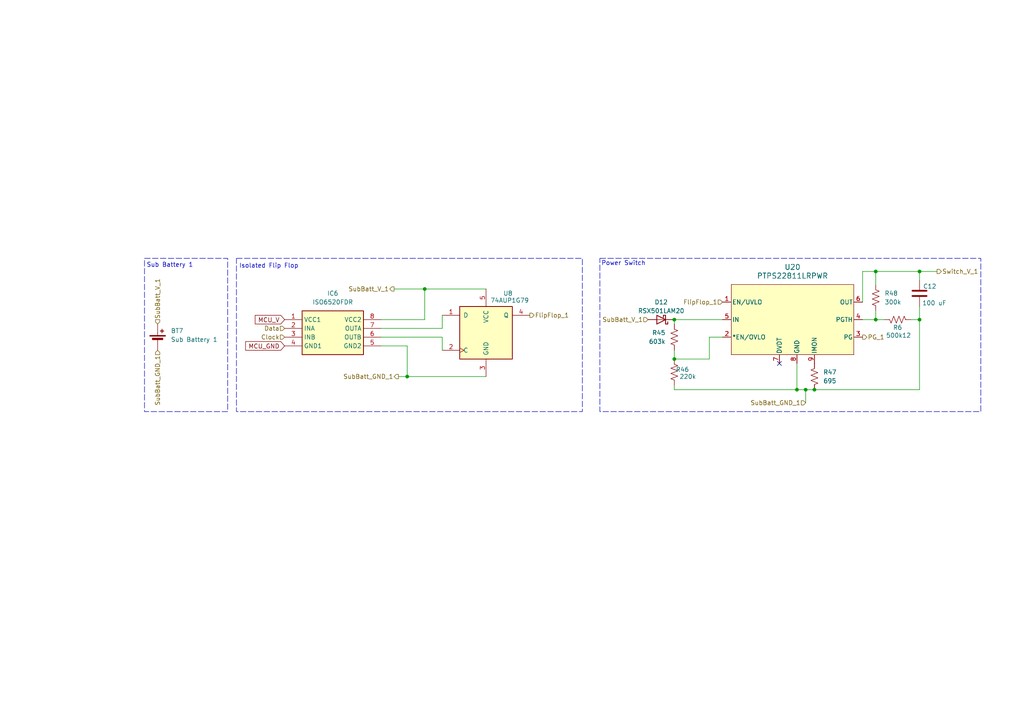
<source format=kicad_sch>
(kicad_sch (version 20250114) (generator "eeschema") (generator_version "9.0")
  (paper "A4")
  (lib_symbols
    (symbol "74xGxx:74AUP1G79" (pin_names (offset 1.016))
      (property "Reference" "U" (at -2.54 5.08 0))
      (property "Value" "74AUP1G79" (at 0 -5.08 0))
      (symbol "74AUP1G79_0_1"
        (rectangle (start -7.62 7.62) (end 7.62 -7.62) (stroke (width 0.254)) (fill (type background)))
      )
      (symbol "74AUP1G79_1_1"
        (pin input line (at -12.7 5.08 0) (length 5.08) (name "D") (number "1"))
        (pin input clock (at -12.7 -5.08 0) (length 5.08) (name "C") (number "2"))
        (pin power_in line (at 0 12.7 270) (length 5.08) (name "VCC") (number "5"))
        (pin power_in line (at 0 -12.7 90) (length 5.08) (name "GND") (number "3"))
        (pin output line (at 12.7 5.08 180) (length 5.08) (name "Q") (number "4"))
      )
    )
    (symbol "Device:Battery_Cell" (pin_numbers (hide yes)) (pin_names (offset 0) (hide yes))
      (property "Reference" "BT" (at 2.54 2.54 0))
      (property "Value" "Battery_Cell" (at 2.54 0 0))
      (symbol "Battery_Cell_0_1"
        (rectangle (start -2.286 1.778) (end 2.286 1.524) (fill (type outline)))
        (rectangle (start -1.524 1.016) (end 1.524 0.508) (fill (type outline)))
        (polyline (pts (xy 0 1.778) (xy 0 2.54)))
        (polyline (pts (xy 0 0.762) (xy 0 0)))
        (polyline (pts (xy 0.762 3.048) (xy 1.778 3.048)) (stroke (width 0.254)))
        (polyline (pts (xy 1.27 3.556) (xy 1.27 2.54)) (stroke (width 0.254)))
      )
      (symbol "Battery_Cell_1_1"
        (pin passive line (at 0 5.08 270) (length 2.54) (name "+") (number "1"))
        (pin passive line (at 0 -2.54 90) (length 2.54) (name "-") (number "2"))
      )
    )
    (symbol "Device:C" (pin_numbers (hide yes)) (pin_names (offset 0.254))
      (property "Reference" "C" (at 0.635 2.54 0))
      (property "Value" "C" (at 0.635 -2.54 0))
      (symbol "C_0_1"
        (polyline (pts (xy -2.032 0.762) (xy 2.032 0.762)) (stroke (width 0.508)))
        (polyline (pts (xy -2.032 -0.762) (xy 2.032 -0.762)) (stroke (width 0.508)))
      )
      (symbol "C_1_1"
        (pin passive line (at 0 3.81 270) (length 2.794) (name "~") (number "1"))
        (pin passive line (at 0 -3.81 90) (length 2.794) (name "~") (number "2"))
      )
    )
    (symbol "Device:D_Schottky" (pin_numbers (hide yes)) (pin_names (offset 1.016) (hide yes))
      (property "Reference" "D" (at 0 2.54 0))
      (property "Value" "D_Schottky" (at 0 -2.54 0))
      (symbol "D_Schottky_0_1"
        (polyline (pts (xy -1.905 0.635) (xy -1.905 1.27) (xy -1.27 1.27) (xy -1.27 -1.27) (xy -0.635 -1.27) (xy -0.635 -0.635)) (stroke (width 0.254)))
        (polyline (pts (xy 1.27 1.27) (xy 1.27 -1.27) (xy -1.27 0) (xy 1.27 1.27)) (stroke (width 0.254)))
        (polyline (pts (xy 1.27 0) (xy -1.27 0)))
      )
      (symbol "D_Schottky_1_1"
        (pin passive line (at -3.81 0 0) (length 2.54) (name "K") (number "1"))
        (pin passive line (at 3.81 0 180) (length 2.54) (name "A") (number "2"))
      )
    )
    (symbol "Device:R_US" (pin_numbers (hide yes)) (pin_names (offset 0))
      (property "Reference" "R" (at 2.54 0 90))
      (property "Value" "R_US" (at -2.54 0 90))
      (symbol "R_US_0_1"
        (polyline (pts (xy 0 2.286) (xy 0 2.54)))
        (polyline (pts (xy 0 2.286) (xy 1.016 1.905) (xy 0 1.524) (xy -1.016 1.143) (xy 0 0.762)))
        (polyline (pts (xy 0 0.762) (xy 1.016 0.381) (xy 0 0) (xy -1.016 -0.381) (xy 0 -0.762)))
        (polyline (pts (xy 0 -0.762) (xy 1.016 -1.143) (xy 0 -1.524) (xy -1.016 -1.905) (xy 0 -2.286)))
        (polyline (pts (xy 0 -2.286) (xy 0 -2.54)))
      )
      (symbol "R_US_1_1"
        (pin passive line (at 0 3.81 270) (length 1.27) (name "~") (number "1"))
        (pin passive line (at 0 -3.81 90) (length 1.27) (name "~") (number "2"))
      )
    )
    (symbol "Isolator_Texas:ISO6520FDR"
      (property "Reference" "IC" (at 24.13 7.62 0))
      (property "Value" "ISO6520FDR" (at 24.13 5.08 0))
      (symbol "ISO6520FDR_1_1"
        (rectangle (start 5.08 2.54) (end 22.86 -10.16) (stroke (width 0.254)) (fill (type background)))
        (pin passive line (at 0 0 0) (length 5.08) (name "VCC1") (number "1"))
        (pin passive line (at 0 -2.54 0) (length 5.08) (name "INA") (number "2"))
        (pin passive line (at 0 -5.08 0) (length 5.08) (name "INB") (number "3"))
        (pin passive line (at 0 -7.62 0) (length 5.08) (name "GND1") (number "4"))
        (pin passive line (at 27.94 0 180) (length 5.08) (name "VCC2") (number "8"))
        (pin passive line (at 27.94 -2.54 180) (length 5.08) (name "OUTA") (number "7"))
        (pin passive line (at 27.94 -5.08 180) (length 5.08) (name "OUTB") (number "6"))
        (pin passive line (at 27.94 -7.62 180) (length 5.08) (name "GND2") (number "5"))
      )
    )
    (symbol "Switch_Texas:PTPS22811LRPWR" (pin_names (offset 0.254))
      (property "Reference" "U" (at 25.4 10.16 0))
      (property "Value" "PTPS22811LRPWR" (at 25.4 7.62 0))
      (symbol "PTPS22811LRPWR_0_1"
        (pin input line (at 5.08 0 0) (length 2.54) (name "EN/UVLO") (number "1"))
        (pin power_in line (at 5.08 -5.08 0) (length 2.54) (name "IN") (number "5"))
        (pin input line (at 5.08 -10.16 0) (length 2.54) (name "*EN/OVLO") (number "2"))
        (pin output line (at 21.59 -17.78 90) (length 2.54) (name "DVDT") (number "7"))
        (pin power_out line (at 26.67 -17.78 90) (length 2.54) (name "GND") (number "8"))
        (pin no_connect line (at 30.48 2.54 180) (length 7.62) (hide yes) (name "DNC") (number "10"))
        (pin output line (at 31.75 -17.78 90) (length 2.54) (name "IMON") (number "9"))
        (pin power_in line (at 45.72 0 180) (length 2.54) (name "OUT") (number "6"))
        (pin input line (at 45.72 -5.08 180) (length 2.54) (name "PGTH") (number "4"))
        (pin output line (at 45.72 -10.16 180) (length 2.54) (name "PG") (number "3"))
      )
      (symbol "PTPS22811LRPWR_1_1"
        (rectangle (start 7.62 5.08) (end 43.18 -15.24) (fill (type color) (color 255 255 194 1)))
      )
    )
  )
  (rectangle (start 173.99 74.93) (end 284.48 119.38) (stroke (width 0) (type dash)))
  (rectangle (start 68.58 74.93) (end 168.91 119.38) (stroke (width 0) (type dash)))
  (rectangle (start 41.91 74.93) (end 66.04 119.38) (stroke (width 0) (type dash)))
  (text "Isolated Flip Flop\n" (at 77.978 77.216 0) (effects (font (size 1.27 1.27))))
  (text "Sub Battery 1" (at 49.276 76.962 0) (effects (font (size 1.27 1.27))))
  (text "Power Switch" (at 180.848 76.454 0) (effects (font (size 1.27 1.27))))
  (junction (at 233.68 113.03))
  (junction (at 231.14 113.03))
  (junction (at 236.22 113.03))
  (junction (at 254 78.74))
  (junction (at 266.7 78.74))
  (junction (at 195.58 104.14))
  (junction (at 254 92.71))
  (junction (at 123.19 83.82))
  (junction (at 118.11 109.22))
  (junction (at 195.58 92.71))
  (junction (at 266.7 92.71))
  (no_connect (at 226.06 105.41))
  (wire (pts (xy 205.74 104.14) (xy 205.74 97.79)))
  (wire (pts (xy 231.14 113.03) (xy 233.68 113.03)))
  (wire (pts (xy 205.74 97.79) (xy 209.55 97.79)))
  (wire (pts (xy 110.49 97.79) (xy 128.27 97.79)))
  (wire (pts (xy 231.14 105.41) (xy 231.14 113.03)))
  (wire (pts (xy 110.49 95.25) (xy 128.27 95.25)))
  (wire (pts (xy 264.16 92.71) (xy 266.7 92.71)))
  (wire (pts (xy 250.19 78.74) (xy 254 78.74)))
  (wire (pts (xy 266.7 113.03) (xy 266.7 92.71)))
  (wire (pts (xy 233.68 116.84) (xy 233.68 113.03)))
  (wire (pts (xy 250.19 87.63) (xy 250.19 78.74)))
  (wire (pts (xy 236.22 113.03) (xy 266.7 113.03)))
  (wire (pts (xy 115.57 109.22) (xy 118.11 109.22)))
  (wire (pts (xy 195.58 92.71) (xy 195.58 93.98)))
  (wire (pts (xy 195.58 92.71) (xy 209.55 92.71)))
  (wire (pts (xy 123.19 83.82) (xy 140.97 83.82)))
  (wire (pts (xy 266.7 88.9) (xy 266.7 92.71)))
  (wire (pts (xy 128.27 97.79) (xy 128.27 101.6)))
  (wire (pts (xy 195.58 101.6) (xy 195.58 104.14)))
  (wire (pts (xy 266.7 78.74) (xy 271.78 78.74)))
  (wire (pts (xy 195.58 104.14) (xy 205.74 104.14)))
  (wire (pts (xy 254 78.74) (xy 254 82.55)))
  (wire (pts (xy 195.58 113.03) (xy 231.14 113.03)))
  (wire (pts (xy 118.11 100.33) (xy 118.11 109.22)))
  (wire (pts (xy 195.58 113.03) (xy 195.58 111.76)))
  (wire (pts (xy 233.68 113.03) (xy 236.22 113.03)))
  (wire (pts (xy 110.49 100.33) (xy 118.11 100.33)))
  (wire (pts (xy 254 92.71) (xy 256.54 92.71)))
  (wire (pts (xy 118.11 109.22) (xy 140.97 109.22)))
  (wire (pts (xy 123.19 92.71) (xy 123.19 83.82)))
  (wire (pts (xy 254 78.74) (xy 266.7 78.74)))
  (wire (pts (xy 254 92.71) (xy 250.19 92.71)))
  (wire (pts (xy 128.27 91.44) (xy 128.27 95.25)))
  (wire (pts (xy 110.49 92.71) (xy 123.19 92.71)))
  (wire (pts (xy 254 90.17) (xy 254 92.71)))
  (wire (pts (xy 114.3 83.82) (xy 123.19 83.82)))
  (wire (pts (xy 266.7 78.74) (xy 266.7 81.28)))
  (global_label "MCU_GND" (shape input) (at 82.55 100.33 180) (property "Intersheetrefs" "${INTERSHEET_REFS}" (effects (hide yes))))
  (global_label "MCU_V" (shape input) (at 82.55 92.71 180) (property "Intersheetrefs" "${INTERSHEET_REFS}" (effects (hide yes))))
  (hierarchical_label "FlipFlop_1" (shape output) (at 153.67 91.44 0))
  (hierarchical_label "FlipFlop_1" (shape input) (at 209.55 87.63 180))
  (hierarchical_label "Switch_V_1" (shape output) (at 271.78 78.74 0))
  (hierarchical_label "SubBatt_V_1" (shape input) (at 45.72 93.98 90))
  (hierarchical_label "SubBatt_GND_1" (shape input) (at 233.68 116.84 180))
  (hierarchical_label "SubBatt_GND_1" (shape input) (at 45.72 101.6 270))
  (hierarchical_label "SubBatt_V_1" (shape input) (at 187.96 92.71 180))
  (hierarchical_label "SubBatt_GND_1" (shape output) (at 115.57 109.22 180))
  (hierarchical_label "SubBatt_V_1" (shape output) (at 114.3 83.82 180))
  (hierarchical_label "Data" (shape input) (at 82.55 95.25 180))
  (hierarchical_label "PG_1" (shape output) (at 250.19 97.79 0))
  (hierarchical_label "Clock" (shape input) (at 82.55 97.79 180))
  (symbol (lib_id "Switch_Texas:PTPS22811LRPWR") (at 204.47 87.63 0) (unit 1)
    (property "Reference" "U22" (at 229.87 77.47 0) (effects (font (size 1.524 1.524))))
    (property "Value" "PTPS22811LRPWR" (at 229.87 80.01 0) (effects (font (size 1.524 1.524))))
    (property "Footprint" "VQFN10_RPW_TEX" (effects (hide yes)))
    (property "Datasheet" "PTPS22811LRPWR" (effects (hide yes)))
    (instances (project "Switch_Board" (path "" (reference "U20") (unit 1)) (path "" (reference "U18") (unit 1)) (path "" (reference "U21") (unit 1)) (path "" (reference "U19") (unit 1)) (path "" (reference "U22") (unit 1)) (path "" (reference "U16") (unit 1)) (path "" (reference "U17") (unit 1))))
  )
  (symbol (lib_id "Device:R_US") (at 260.35 92.71 90) (mirror x) (unit 1)
    (property "Reference" "500k14" (at 260.604 97.282 90))
    (property "Value" "R6" (at 260.35 94.996 90))
    (property "Description" "Resistor, US symbol" (effects (hide yes)))
    (instances (project "Switch_Board" (path "" (reference "500k12") (unit 1)) (path "" (reference "500k10") (unit 1)) (path "" (reference "500k13") (unit 1)) (path "" (reference "500k11") (unit 1)) (path "" (reference "500k14") (unit 1)) (path "" (reference "500k8") (unit 1)) (path "" (reference "500k9") (unit 1))))
  )
  (symbol (lib_id "Device:C") (at 266.7 85.09 0) (unit 1)
    (property "Reference" "C14" (at 267.716 83.058 0) (effects (justify left)))
    (property "Value" "100 uF" (at 267.462 87.884 0) (effects (justify left)))
    (property "Description" "Unpolarized capacitor" (effects (hide yes)))
    (instances (project "Switch_Board" (path "" (reference "C12") (unit 1)) (path "" (reference "C10") (unit 1)) (path "" (reference "C13") (unit 1)) (path "" (reference "C11") (unit 1)) (path "" (reference "C14") (unit 1)) (path "" (reference "C8") (unit 1)) (path "" (reference "C9") (unit 1))))
  )
  (symbol (lib_id "74xGxx:74AUP1G79") (at 140.97 96.52 0) (unit 1)
    (property "Reference" "U14" (at 147.32 85.09 0))
    (property "Value" "74AUP1G79" (at 147.828 87.122 0))
    (property "Datasheet" "http://www.ti.com/lit/sg/scyt129e/scyt129e.pdf" (effects (hide yes)))
    (property "Description" "Single D Flip-Flop, Low-Voltage CMOS" (effects (hide yes)))
    (instances (project "Switch_Board" (path "" (reference "U8") (unit 1)) (path "" (reference "U6") (unit 1)) (path "" (reference "U9") (unit 1)) (path "" (reference "U7") (unit 1)) (path "" (reference "U14") (unit 1)) (path "" (reference "U3") (unit 1)) (path "" (reference "U5") (unit 1))))
  )
  (symbol (lib_id "Device:R_US") (at 195.58 107.95 0) (unit 1)
    (property "Reference" "R54" (at 199.898 107.188 0) (effects (justify right)))
    (property "Value" "220k" (at 201.93 109.22 0) (effects (justify right)))
    (property "Description" "Resistor, US symbol" (effects (hide yes)))
    (instances (project "Switch_Board" (path "" (reference "R46") (unit 1)) (path "" (reference "R38") (unit 1)) (path "" (reference "R50") (unit 1)) (path "" (reference "R42") (unit 1)) (path "" (reference "R54") (unit 1)) (path "" (reference "R30") (unit 1)) (path "" (reference "R34") (unit 1))))
  )
  (symbol (lib_id "Device:R_US") (at 195.58 97.79 0) (unit 1)
    (property "Reference" "R53" (at 193.04 96.5199 0) (effects (justify right)))
    (property "Value" "603k" (at 193.04 99.0599 0) (effects (justify right)))
    (property "Description" "Resistor, US symbol" (effects (hide yes)))
    (instances (project "Switch_Board" (path "" (reference "R45") (unit 1)) (path "" (reference "R37") (unit 1)) (path "" (reference "R49") (unit 1)) (path "" (reference "R41") (unit 1)) (path "" (reference "R53") (unit 1)) (path "" (reference "R29") (unit 1)) (path "" (reference "R33") (unit 1))))
  )
  (symbol (lib_id "Device:D_Schottky") (at 191.77 92.71 180) (unit 1)
    (property "Reference" "D14" (at 191.77 87.63 0))
    (property "Value" "RSX501LAM20" (at 191.77 90.17 0))
    (property "Footprint" "Diode_SMD:D_SOD-128" (effects (hide yes)))
    (property "Datasheet" "https://fscdn.rohm.com/en/products/databook/datasheet/discrete/diode/schottky_barrier/rsx501lam20tr-e.pdf" (effects (hide yes)))
    (property "Description" "Schottky diode" (effects (hide yes)))
    (instances (project "Switch_Board" (path "" (reference "D12") (unit 1)) (path "" (reference "D10") (unit 1)) (path "" (reference "D13") (unit 1)) (path "" (reference "D11") (unit 1)) (path "" (reference "D14") (unit 1)) (path "" (reference "D8") (unit 1)) (path "" (reference "D9") (unit 1))))
  )
  (symbol (lib_id "Device:Battery_Cell") (at 45.72 99.06 0) (unit 1)
    (property "Reference" "BT9" (at 49.53 95.9484 0) (effects (justify left)))
    (property "Value" "Sub Battery 1" (at 49.53 98.4884 0) (effects (justify left)))
    (property "Description" "Single-cell battery" (effects (hide yes)))
    (instances (project "Switch_Board" (path "" (reference "BT7") (unit 1)) (path "" (reference "BT5") (unit 1)) (path "" (reference "BT8") (unit 1)) (path "" (reference "BT6") (unit 1)) (path "" (reference "BT9") (unit 1)) (path "" (reference "BT3") (unit 1)) (path "" (reference "BT4") (unit 1))))
  )
  (symbol (lib_id "Device:R_US") (at 236.22 109.22 0) (mirror y) (unit 1)
    (property "Reference" "R55" (at 238.76 107.9499 0) (effects (justify right)))
    (property "Value" "695" (at 238.76 110.4899 0) (effects (justify right)))
    (property "Description" "Resistor, US symbol" (effects (hide yes)))
    (instances (project "Switch_Board" (path "" (reference "R47") (unit 1)) (path "" (reference "R39") (unit 1)) (path "" (reference "R51") (unit 1)) (path "" (reference "R43") (unit 1)) (path "" (reference "R55") (unit 1)) (path "" (reference "R31") (unit 1)) (path "" (reference "R35") (unit 1))))
  )
  (symbol (lib_id "Device:R_US") (at 254 86.36 0) (unit 1)
    (property "Reference" "R56" (at 256.54 85.0899 0) (effects (justify left)))
    (property "Value" "300k" (at 256.54 87.6299 0) (effects (justify left)))
    (property "Description" "Resistor, US symbol" (effects (hide yes)))
    (instances (project "Switch_Board" (path "" (reference "R48") (unit 1)) (path "" (reference "R40") (unit 1)) (path "" (reference "R52") (unit 1)) (path "" (reference "R44") (unit 1)) (path "" (reference "R56") (unit 1)) (path "" (reference "R32") (unit 1)) (path "" (reference "R36") (unit 1))))
  )
  (symbol (lib_id "Isolator_Texas:ISO6520FDR") (at 82.55 92.71 0) (unit 1)
    (property "Reference" "IC2" (at 96.52 85.09 0))
    (property "Value" "ISO6520FDR" (at 96.52 87.63 0))
    (property "Footprint" "SOIC127P600X175-8N" (effects (hide yes)))
    (property "Datasheet" "https://www.ti.com/lit/ds/symlink/iso6520.pdf?ts=1744803908805&ref_url=https%253A%252F%252Fwww.ti.com%252Fproduct%252FISO6520" (effects (hide yes)))
    (property "Description" "Digital Isolators Functional isolation dual-channel 2/0 di" (effects (hide yes)))
    (property "Height" "1.75" (effects (hide yes)))
    (property "Mouser Part Number" "595-ISO6520FDR" (effects (hide yes)))
    (property "Mouser Price/Stock" "https://www.mouser.co.uk/ProductDetail/Texas-Instruments/ISO6520FDR?qs=i8QVZAFTkqSh5YGkfcf%252B3g%3D%3D" (effects (hide yes)))
    (property "Manufacturer_Name" "Texas Instruments" (effects (hide yes)))
    (property "Manufacturer_Part_Number" "ISO6520FDR" (effects (hide yes)))
    (instances (project "Switch_Board" (path "" (reference "IC6") (unit 1)) (path "" (reference "IC4") (unit 1)) (path "" (reference "IC7") (unit 1)) (path "" (reference "IC5") (unit 1)) (path "" (reference "IC2") (unit 1)) (path "" (reference "IC1") (unit 1)) (path "" (reference "IC3") (unit 1))))
  )
)
</source>
